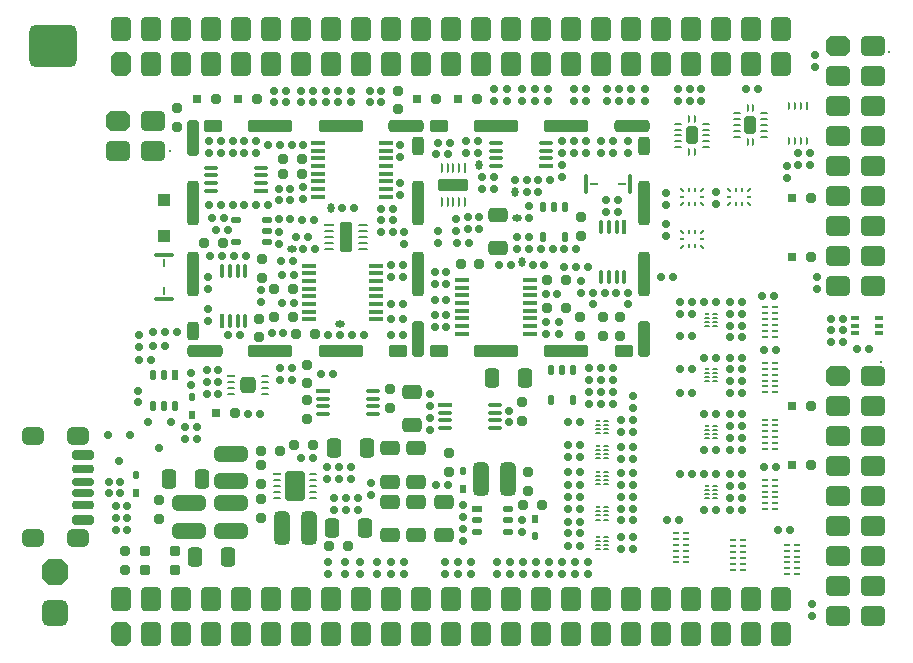
<source format=gbr>
%TF.GenerationSoftware,Altium Limited,Altium Designer,22.7.1 (60)*%
G04 Layer_Color=255*
%FSLAX45Y45*%
%MOMM*%
%TF.SameCoordinates,89C5C705-8D76-4DBF-8A4D-424F25D0343C*%
%TF.FilePolarity,Positive*%
%TF.FileFunction,Pads,Top*%
%TF.Part,Single*%
G01*
G75*
%TA.AperFunction,SMDPad,CuDef*%
%ADD10R,0.58000X0.22000*%
G04:AMPARAMS|DCode=11|XSize=0.22mm|YSize=0.58mm|CornerRadius=0.055mm|HoleSize=0mm|Usage=FLASHONLY|Rotation=90.000|XOffset=0mm|YOffset=0mm|HoleType=Round|Shape=RoundedRectangle|*
%AMROUNDEDRECTD11*
21,1,0.22000,0.47000,0,0,90.0*
21,1,0.11000,0.58000,0,0,90.0*
1,1,0.11000,0.23500,0.05500*
1,1,0.11000,0.23500,-0.05500*
1,1,0.11000,-0.23500,-0.05500*
1,1,0.11000,-0.23500,0.05500*
%
%ADD11ROUNDEDRECTD11*%
G04:AMPARAMS|DCode=12|XSize=0.54mm|YSize=0.22mm|CornerRadius=0mm|HoleSize=0mm|Usage=FLASHONLY|Rotation=135.000|XOffset=0mm|YOffset=0mm|HoleType=Round|Shape=Round|*
%AMOVALD12*
21,1,0.32000,0.22000,0.00000,0.00000,135.0*
1,1,0.22000,0.11314,-0.11314*
1,1,0.22000,-0.11314,0.11314*
%
%ADD12OVALD12*%

%ADD13O,0.22000X0.45000*%
G04:AMPARAMS|DCode=14|XSize=0.54mm|YSize=0.22mm|CornerRadius=0mm|HoleSize=0mm|Usage=FLASHONLY|Rotation=45.000|XOffset=0mm|YOffset=0mm|HoleType=Round|Shape=Round|*
%AMOVALD14*
21,1,0.32000,0.22000,0.00000,0.00000,45.0*
1,1,0.22000,-0.11314,-0.11314*
1,1,0.22000,0.11314,0.11314*
%
%ADD14OVALD14*%

%ADD15O,0.45000X0.22000*%
G04:AMPARAMS|DCode=16|XSize=0.55mm|YSize=0.8mm|CornerRadius=0.1375mm|HoleSize=0mm|Usage=FLASHONLY|Rotation=0.000|XOffset=0mm|YOffset=0mm|HoleType=Round|Shape=RoundedRectangle|*
%AMROUNDEDRECTD16*
21,1,0.55000,0.52500,0,0,0.0*
21,1,0.27500,0.80000,0,0,0.0*
1,1,0.27500,0.13750,-0.26250*
1,1,0.27500,-0.13750,-0.26250*
1,1,0.27500,-0.13750,0.26250*
1,1,0.27500,0.13750,0.26250*
%
%ADD16ROUNDEDRECTD16*%
G04:AMPARAMS|DCode=17|XSize=0.23mm|YSize=0.67mm|CornerRadius=0.0575mm|HoleSize=0mm|Usage=FLASHONLY|Rotation=90.000|XOffset=0mm|YOffset=0mm|HoleType=Round|Shape=RoundedRectangle|*
%AMROUNDEDRECTD17*
21,1,0.23000,0.55500,0,0,90.0*
21,1,0.11500,0.67000,0,0,90.0*
1,1,0.11500,0.27750,0.05750*
1,1,0.11500,0.27750,-0.05750*
1,1,0.11500,-0.27750,-0.05750*
1,1,0.11500,-0.27750,0.05750*
%
%ADD17ROUNDEDRECTD17*%
G04:AMPARAMS|DCode=18|XSize=0.23mm|YSize=0.67mm|CornerRadius=0.0575mm|HoleSize=0mm|Usage=FLASHONLY|Rotation=0.000|XOffset=0mm|YOffset=0mm|HoleType=Round|Shape=RoundedRectangle|*
%AMROUNDEDRECTD18*
21,1,0.23000,0.55500,0,0,0.0*
21,1,0.11500,0.67000,0,0,0.0*
1,1,0.11500,0.05750,-0.27750*
1,1,0.11500,-0.05750,-0.27750*
1,1,0.11500,-0.05750,0.27750*
1,1,0.11500,0.05750,0.27750*
%
%ADD18ROUNDEDRECTD18*%
G04:AMPARAMS|DCode=19|XSize=1mm|YSize=1.5mm|CornerRadius=0.25mm|HoleSize=0mm|Usage=FLASHONLY|Rotation=0.000|XOffset=0mm|YOffset=0mm|HoleType=Round|Shape=RoundedRectangle|*
%AMROUNDEDRECTD19*
21,1,1.00000,1.00000,0,0,0.0*
21,1,0.50000,1.50000,0,0,0.0*
1,1,0.50000,0.25000,-0.50000*
1,1,0.50000,-0.25000,-0.50000*
1,1,0.50000,-0.25000,0.50000*
1,1,0.50000,0.25000,0.50000*
%
%ADD19ROUNDEDRECTD19*%
G04:AMPARAMS|DCode=20|XSize=0.15mm|YSize=0.45mm|CornerRadius=0.0225mm|HoleSize=0mm|Usage=FLASHONLY|Rotation=90.000|XOffset=0mm|YOffset=0mm|HoleType=Round|Shape=RoundedRectangle|*
%AMROUNDEDRECTD20*
21,1,0.15000,0.40500,0,0,90.0*
21,1,0.10500,0.45000,0,0,90.0*
1,1,0.04500,0.20250,0.05250*
1,1,0.04500,0.20250,-0.05250*
1,1,0.04500,-0.20250,-0.05250*
1,1,0.04500,-0.20250,0.05250*
%
%ADD20ROUNDEDRECTD20*%
%ADD21R,0.45000X0.15000*%
G04:AMPARAMS|DCode=22|XSize=0.23mm|YSize=0.7mm|CornerRadius=0.0575mm|HoleSize=0mm|Usage=FLASHONLY|Rotation=90.000|XOffset=0mm|YOffset=0mm|HoleType=Round|Shape=RoundedRectangle|*
%AMROUNDEDRECTD22*
21,1,0.23000,0.58500,0,0,90.0*
21,1,0.11500,0.70000,0,0,90.0*
1,1,0.11500,0.29250,0.05750*
1,1,0.11500,0.29250,-0.05750*
1,1,0.11500,-0.29250,-0.05750*
1,1,0.11500,-0.29250,0.05750*
%
%ADD22ROUNDEDRECTD22*%
G04:AMPARAMS|DCode=23|XSize=2.5mm|YSize=1.65mm|CornerRadius=0.165mm|HoleSize=0mm|Usage=FLASHONLY|Rotation=90.000|XOffset=0mm|YOffset=0mm|HoleType=Round|Shape=RoundedRectangle|*
%AMROUNDEDRECTD23*
21,1,2.50000,1.32000,0,0,90.0*
21,1,2.17000,1.65000,0,0,90.0*
1,1,0.33000,0.66000,1.08500*
1,1,0.33000,0.66000,-1.08500*
1,1,0.33000,-0.66000,-1.08500*
1,1,0.33000,-0.66000,1.08500*
%
%ADD23ROUNDEDRECTD23*%
%ADD24R,0.70000X0.23000*%
G04:AMPARAMS|DCode=25|XSize=0.35mm|YSize=1.15mm|CornerRadius=0.0875mm|HoleSize=0mm|Usage=FLASHONLY|Rotation=90.000|XOffset=0mm|YOffset=0mm|HoleType=Round|Shape=RoundedRectangle|*
%AMROUNDEDRECTD25*
21,1,0.35000,0.97500,0,0,90.0*
21,1,0.17500,1.15000,0,0,90.0*
1,1,0.17500,0.48750,0.08750*
1,1,0.17500,0.48750,-0.08750*
1,1,0.17500,-0.48750,-0.08750*
1,1,0.17500,-0.48750,0.08750*
%
%ADD25ROUNDEDRECTD25*%
%ADD26R,1.15000X0.35000*%
%ADD27R,0.90000X0.55000*%
G04:AMPARAMS|DCode=28|XSize=0.55mm|YSize=0.9mm|CornerRadius=0.1375mm|HoleSize=0mm|Usage=FLASHONLY|Rotation=90.000|XOffset=0mm|YOffset=0mm|HoleType=Round|Shape=RoundedRectangle|*
%AMROUNDEDRECTD28*
21,1,0.55000,0.62500,0,0,90.0*
21,1,0.27500,0.90000,0,0,90.0*
1,1,0.27500,0.31250,0.13750*
1,1,0.27500,0.31250,-0.13750*
1,1,0.27500,-0.31250,-0.13750*
1,1,0.27500,-0.31250,0.13750*
%
%ADD28ROUNDEDRECTD28*%
%ADD29R,0.55000X0.90000*%
G04:AMPARAMS|DCode=30|XSize=0.55mm|YSize=0.9mm|CornerRadius=0.1375mm|HoleSize=0mm|Usage=FLASHONLY|Rotation=0.000|XOffset=0mm|YOffset=0mm|HoleType=Round|Shape=RoundedRectangle|*
%AMROUNDEDRECTD30*
21,1,0.55000,0.62500,0,0,0.0*
21,1,0.27500,0.90000,0,0,0.0*
1,1,0.27500,0.13750,-0.31250*
1,1,0.27500,-0.13750,-0.31250*
1,1,0.27500,-0.13750,0.31250*
1,1,0.27500,0.13750,0.31250*
%
%ADD30ROUNDEDRECTD30*%
G04:AMPARAMS|DCode=31|XSize=1.4mm|YSize=1.3mm|CornerRadius=0.325mm|HoleSize=0mm|Usage=FLASHONLY|Rotation=90.000|XOffset=0mm|YOffset=0mm|HoleType=Round|Shape=RoundedRectangle|*
%AMROUNDEDRECTD31*
21,1,1.40000,0.65000,0,0,90.0*
21,1,0.75000,1.30000,0,0,90.0*
1,1,0.65000,0.32500,0.37500*
1,1,0.65000,0.32500,-0.37500*
1,1,0.65000,-0.32500,-0.37500*
1,1,0.65000,-0.32500,0.37500*
%
%ADD31ROUNDEDRECTD31*%
G04:AMPARAMS|DCode=32|XSize=0.33mm|YSize=0.7mm|CornerRadius=0.0825mm|HoleSize=0mm|Usage=FLASHONLY|Rotation=270.000|XOffset=0mm|YOffset=0mm|HoleType=Round|Shape=RoundedRectangle|*
%AMROUNDEDRECTD32*
21,1,0.33000,0.53500,0,0,270.0*
21,1,0.16500,0.70000,0,0,270.0*
1,1,0.16500,-0.26750,-0.08250*
1,1,0.16500,-0.26750,0.08250*
1,1,0.16500,0.26750,0.08250*
1,1,0.16500,0.26750,-0.08250*
%
%ADD32ROUNDEDRECTD32*%
%ADD33R,0.70000X0.33000*%
%ADD34R,0.25000X0.70000*%
G04:AMPARAMS|DCode=35|XSize=0.25mm|YSize=0.7mm|CornerRadius=0.0625mm|HoleSize=0mm|Usage=FLASHONLY|Rotation=0.000|XOffset=0mm|YOffset=0mm|HoleType=Round|Shape=RoundedRectangle|*
%AMROUNDEDRECTD35*
21,1,0.25000,0.57500,0,0,0.0*
21,1,0.12500,0.70000,0,0,0.0*
1,1,0.12500,0.06250,-0.28750*
1,1,0.12500,-0.06250,-0.28750*
1,1,0.12500,-0.06250,0.28750*
1,1,0.12500,0.06250,0.28750*
%
%ADD35ROUNDEDRECTD35*%
G04:AMPARAMS|DCode=36|XSize=0.55mm|YSize=0.8mm|CornerRadius=0.1375mm|HoleSize=0mm|Usage=FLASHONLY|Rotation=270.000|XOffset=0mm|YOffset=0mm|HoleType=Round|Shape=RoundedRectangle|*
%AMROUNDEDRECTD36*
21,1,0.55000,0.52500,0,0,270.0*
21,1,0.27500,0.80000,0,0,270.0*
1,1,0.27500,-0.26250,-0.13750*
1,1,0.27500,-0.26250,0.13750*
1,1,0.27500,0.26250,0.13750*
1,1,0.27500,0.26250,-0.13750*
%
%ADD36ROUNDEDRECTD36*%
G04:AMPARAMS|DCode=37|XSize=0.35mm|YSize=1.2mm|CornerRadius=0.0875mm|HoleSize=0mm|Usage=FLASHONLY|Rotation=90.000|XOffset=0mm|YOffset=0mm|HoleType=Round|Shape=RoundedRectangle|*
%AMROUNDEDRECTD37*
21,1,0.35000,1.02500,0,0,90.0*
21,1,0.17500,1.20000,0,0,90.0*
1,1,0.17500,0.51250,0.08750*
1,1,0.17500,0.51250,-0.08750*
1,1,0.17500,-0.51250,-0.08750*
1,1,0.17500,-0.51250,0.08750*
%
%ADD37ROUNDEDRECTD37*%
%ADD38R,1.20000X0.35000*%
%ADD39R,0.85000X0.23000*%
G04:AMPARAMS|DCode=40|XSize=0.23mm|YSize=0.85mm|CornerRadius=0.0575mm|HoleSize=0mm|Usage=FLASHONLY|Rotation=90.000|XOffset=0mm|YOffset=0mm|HoleType=Round|Shape=RoundedRectangle|*
%AMROUNDEDRECTD40*
21,1,0.23000,0.73500,0,0,90.0*
21,1,0.11500,0.85000,0,0,90.0*
1,1,0.11500,0.36750,0.05750*
1,1,0.11500,0.36750,-0.05750*
1,1,0.11500,-0.36750,-0.05750*
1,1,0.11500,-0.36750,0.05750*
%
%ADD40ROUNDEDRECTD40*%
G04:AMPARAMS|DCode=41|XSize=2.55mm|YSize=1.1mm|CornerRadius=0.275mm|HoleSize=0mm|Usage=FLASHONLY|Rotation=90.000|XOffset=0mm|YOffset=0mm|HoleType=Round|Shape=RoundedRectangle|*
%AMROUNDEDRECTD41*
21,1,2.55000,0.55000,0,0,90.0*
21,1,2.00000,1.10000,0,0,90.0*
1,1,0.55000,0.27500,1.00000*
1,1,0.55000,0.27500,-1.00000*
1,1,0.55000,-0.27500,-1.00000*
1,1,0.55000,-0.27500,1.00000*
%
%ADD41ROUNDEDRECTD41*%
G04:AMPARAMS|DCode=42|XSize=0.35mm|YSize=1.15mm|CornerRadius=0.0875mm|HoleSize=0mm|Usage=FLASHONLY|Rotation=180.000|XOffset=0mm|YOffset=0mm|HoleType=Round|Shape=RoundedRectangle|*
%AMROUNDEDRECTD42*
21,1,0.35000,0.97500,0,0,180.0*
21,1,0.17500,1.15000,0,0,180.0*
1,1,0.17500,-0.08750,0.48750*
1,1,0.17500,0.08750,0.48750*
1,1,0.17500,0.08750,-0.48750*
1,1,0.17500,-0.08750,-0.48750*
%
%ADD42ROUNDEDRECTD42*%
%ADD43R,0.35000X1.15000*%
%ADD44R,0.23000X0.85000*%
G04:AMPARAMS|DCode=45|XSize=0.23mm|YSize=0.85mm|CornerRadius=0.0575mm|HoleSize=0mm|Usage=FLASHONLY|Rotation=0.000|XOffset=0mm|YOffset=0mm|HoleType=Round|Shape=RoundedRectangle|*
%AMROUNDEDRECTD45*
21,1,0.23000,0.73500,0,0,0.0*
21,1,0.11500,0.85000,0,0,0.0*
1,1,0.11500,0.05750,-0.36750*
1,1,0.11500,-0.05750,-0.36750*
1,1,0.11500,-0.05750,0.36750*
1,1,0.11500,0.05750,0.36750*
%
%ADD45ROUNDEDRECTD45*%
G04:AMPARAMS|DCode=46|XSize=2.55mm|YSize=1.1mm|CornerRadius=0.275mm|HoleSize=0mm|Usage=FLASHONLY|Rotation=0.000|XOffset=0mm|YOffset=0mm|HoleType=Round|Shape=RoundedRectangle|*
%AMROUNDEDRECTD46*
21,1,2.55000,0.55000,0,0,0.0*
21,1,2.00000,1.10000,0,0,0.0*
1,1,0.55000,1.00000,-0.27500*
1,1,0.55000,-1.00000,-0.27500*
1,1,0.55000,-1.00000,0.27500*
1,1,0.55000,1.00000,0.27500*
%
%ADD46ROUNDEDRECTD46*%
%ADD47O,0.80000X0.60000*%
%ADD48O,0.60000X0.80000*%
G04:AMPARAMS|DCode=49|XSize=0.6mm|YSize=0.7mm|CornerRadius=0.15mm|HoleSize=0mm|Usage=FLASHONLY|Rotation=0.000|XOffset=0mm|YOffset=0mm|HoleType=Round|Shape=RoundedRectangle|*
%AMROUNDEDRECTD49*
21,1,0.60000,0.40000,0,0,0.0*
21,1,0.30000,0.70000,0,0,0.0*
1,1,0.30000,0.15000,-0.20000*
1,1,0.30000,-0.15000,-0.20000*
1,1,0.30000,-0.15000,0.20000*
1,1,0.30000,0.15000,0.20000*
%
%ADD49ROUNDEDRECTD49*%
G04:AMPARAMS|DCode=50|XSize=0.6mm|YSize=0.6mm|CornerRadius=0.15mm|HoleSize=0mm|Usage=FLASHONLY|Rotation=270.000|XOffset=0mm|YOffset=0mm|HoleType=Round|Shape=RoundedRectangle|*
%AMROUNDEDRECTD50*
21,1,0.60000,0.30000,0,0,270.0*
21,1,0.30000,0.60000,0,0,270.0*
1,1,0.30000,-0.15000,-0.15000*
1,1,0.30000,-0.15000,0.15000*
1,1,0.30000,0.15000,0.15000*
1,1,0.30000,0.15000,-0.15000*
%
%ADD50ROUNDEDRECTD50*%
G04:AMPARAMS|DCode=51|XSize=0.6mm|YSize=0.6mm|CornerRadius=0.15mm|HoleSize=0mm|Usage=FLASHONLY|Rotation=0.000|XOffset=0mm|YOffset=0mm|HoleType=Round|Shape=RoundedRectangle|*
%AMROUNDEDRECTD51*
21,1,0.60000,0.30000,0,0,0.0*
21,1,0.30000,0.60000,0,0,0.0*
1,1,0.30000,0.15000,-0.15000*
1,1,0.30000,-0.15000,-0.15000*
1,1,0.30000,-0.15000,0.15000*
1,1,0.30000,0.15000,0.15000*
%
%ADD51ROUNDEDRECTD51*%
%ADD52R,0.24000X0.70000*%
%ADD53O,1.70000X0.30000*%
%ADD54R,0.70000X0.24000*%
%ADD55O,0.30000X1.70000*%
G04:AMPARAMS|DCode=56|XSize=1.8mm|YSize=0.63mm|CornerRadius=0.1575mm|HoleSize=0mm|Usage=FLASHONLY|Rotation=180.000|XOffset=0mm|YOffset=0mm|HoleType=Round|Shape=RoundedRectangle|*
%AMROUNDEDRECTD56*
21,1,1.80000,0.31500,0,0,180.0*
21,1,1.48500,0.63000,0,0,180.0*
1,1,0.31500,-0.74250,0.15750*
1,1,0.31500,0.74250,0.15750*
1,1,0.31500,0.74250,-0.15750*
1,1,0.31500,-0.74250,-0.15750*
%
%ADD56ROUNDEDRECTD56*%
G04:AMPARAMS|DCode=57|XSize=1.8mm|YSize=0.72mm|CornerRadius=0.18mm|HoleSize=0mm|Usage=FLASHONLY|Rotation=180.000|XOffset=0mm|YOffset=0mm|HoleType=Round|Shape=RoundedRectangle|*
%AMROUNDEDRECTD57*
21,1,1.80000,0.36000,0,0,180.0*
21,1,1.44000,0.72000,0,0,180.0*
1,1,0.36000,-0.72000,0.18000*
1,1,0.36000,0.72000,0.18000*
1,1,0.36000,0.72000,-0.18000*
1,1,0.36000,-0.72000,-0.18000*
%
%ADD57ROUNDEDRECTD57*%
G04:AMPARAMS|DCode=58|XSize=1.8mm|YSize=0.8mm|CornerRadius=0.2mm|HoleSize=0mm|Usage=FLASHONLY|Rotation=180.000|XOffset=0mm|YOffset=0mm|HoleType=Round|Shape=RoundedRectangle|*
%AMROUNDEDRECTD58*
21,1,1.80000,0.40000,0,0,180.0*
21,1,1.40000,0.80000,0,0,180.0*
1,1,0.40000,-0.70000,0.20000*
1,1,0.40000,0.70000,0.20000*
1,1,0.40000,0.70000,-0.20000*
1,1,0.40000,-0.70000,-0.20000*
%
%ADD58ROUNDEDRECTD58*%
%TA.AperFunction,SMDPad,SMDef*%
%ADD59C,0.30000*%
%TA.AperFunction,SMDPad,CuDef*%
G04:AMPARAMS|DCode=60|XSize=3mm|YSize=1mm|CornerRadius=0.25mm|HoleSize=0mm|Usage=FLASHONLY|Rotation=90.000|XOffset=0mm|YOffset=0mm|HoleType=Round|Shape=RoundedRectangle|*
%AMROUNDEDRECTD60*
21,1,3.00000,0.50000,0,0,90.0*
21,1,2.50000,1.00000,0,0,90.0*
1,1,0.50000,0.25000,1.25000*
1,1,0.50000,0.25000,-1.25000*
1,1,0.50000,-0.25000,-1.25000*
1,1,0.50000,-0.25000,1.25000*
%
%ADD60ROUNDEDRECTD60*%
%TA.AperFunction,SMDPad,SMDef*%
G04:AMPARAMS|DCode=61|XSize=3.8mm|YSize=1mm|CornerRadius=0.25mm|HoleSize=0mm|Usage=FLASHONLY|Rotation=90.000|XOffset=0mm|YOffset=0mm|HoleType=Round|Shape=RoundedRectangle|*
%AMROUNDEDRECTD61*
21,1,3.80000,0.50000,0,0,90.0*
21,1,3.30000,1.00000,0,0,90.0*
1,1,0.50000,0.25000,1.65000*
1,1,0.50000,0.25000,-1.65000*
1,1,0.50000,-0.25000,-1.65000*
1,1,0.50000,-0.25000,1.65000*
%
%ADD61ROUNDEDRECTD61*%
%TA.AperFunction,SMDPad,CuDef*%
G04:AMPARAMS|DCode=62|XSize=1.6mm|YSize=1mm|CornerRadius=0.25mm|HoleSize=0mm|Usage=FLASHONLY|Rotation=180.000|XOffset=0mm|YOffset=0mm|HoleType=Round|Shape=RoundedRectangle|*
%AMROUNDEDRECTD62*
21,1,1.60000,0.50000,0,0,180.0*
21,1,1.10000,1.00000,0,0,180.0*
1,1,0.50000,-0.55000,0.25000*
1,1,0.50000,0.55000,0.25000*
1,1,0.50000,0.55000,-0.25000*
1,1,0.50000,-0.55000,-0.25000*
%
%ADD62ROUNDEDRECTD62*%
G04:AMPARAMS|DCode=63|XSize=3mm|YSize=1mm|CornerRadius=0.25mm|HoleSize=0mm|Usage=FLASHONLY|Rotation=0.000|XOffset=0mm|YOffset=0mm|HoleType=Round|Shape=RoundedRectangle|*
%AMROUNDEDRECTD63*
21,1,3.00000,0.50000,0,0,0.0*
21,1,2.50000,1.00000,0,0,0.0*
1,1,0.50000,1.25000,-0.25000*
1,1,0.50000,-1.25000,-0.25000*
1,1,0.50000,-1.25000,0.25000*
1,1,0.50000,1.25000,0.25000*
%
%ADD63ROUNDEDRECTD63*%
%TA.AperFunction,SMDPad,SMDef*%
G04:AMPARAMS|DCode=64|XSize=3.8mm|YSize=1mm|CornerRadius=0.25mm|HoleSize=0mm|Usage=FLASHONLY|Rotation=0.000|XOffset=0mm|YOffset=0mm|HoleType=Round|Shape=RoundedRectangle|*
%AMROUNDEDRECTD64*
21,1,3.80000,0.50000,0,0,0.0*
21,1,3.30000,1.00000,0,0,0.0*
1,1,0.50000,1.65000,-0.25000*
1,1,0.50000,-1.65000,-0.25000*
1,1,0.50000,-1.65000,0.25000*
1,1,0.50000,1.65000,0.25000*
%
%ADD64ROUNDEDRECTD64*%
%TA.AperFunction,SMDPad,CuDef*%
G04:AMPARAMS|DCode=65|XSize=1.6mm|YSize=1mm|CornerRadius=0.25mm|HoleSize=0mm|Usage=FLASHONLY|Rotation=90.000|XOffset=0mm|YOffset=0mm|HoleType=Round|Shape=RoundedRectangle|*
%AMROUNDEDRECTD65*
21,1,1.60000,0.50000,0,0,90.0*
21,1,1.10000,1.00000,0,0,90.0*
1,1,0.50000,0.25000,0.55000*
1,1,0.50000,0.25000,-0.55000*
1,1,0.50000,-0.25000,-0.55000*
1,1,0.50000,-0.25000,0.55000*
%
%ADD65ROUNDEDRECTD65*%
G04:AMPARAMS|DCode=66|XSize=2.8mm|YSize=1.3mm|CornerRadius=0.325mm|HoleSize=0mm|Usage=FLASHONLY|Rotation=90.000|XOffset=0mm|YOffset=0mm|HoleType=Round|Shape=RoundedRectangle|*
%AMROUNDEDRECTD66*
21,1,2.80000,0.65000,0,0,90.0*
21,1,2.15000,1.30000,0,0,90.0*
1,1,0.65000,0.32500,1.07500*
1,1,0.65000,0.32500,-1.07500*
1,1,0.65000,-0.32500,-1.07500*
1,1,0.65000,-0.32500,1.07500*
%
%ADD66ROUNDEDRECTD66*%
G04:AMPARAMS|DCode=67|XSize=2.8mm|YSize=1.3mm|CornerRadius=0.325mm|HoleSize=0mm|Usage=FLASHONLY|Rotation=0.000|XOffset=0mm|YOffset=0mm|HoleType=Round|Shape=RoundedRectangle|*
%AMROUNDEDRECTD67*
21,1,2.80000,0.65000,0,0,0.0*
21,1,2.15000,1.30000,0,0,0.0*
1,1,0.65000,1.07500,-0.32500*
1,1,0.65000,-1.07500,-0.32500*
1,1,0.65000,-1.07500,0.32500*
1,1,0.65000,1.07500,0.32500*
%
%ADD67ROUNDEDRECTD67*%
G04:AMPARAMS|DCode=68|XSize=0.9mm|YSize=0.8mm|CornerRadius=0.2mm|HoleSize=0mm|Usage=FLASHONLY|Rotation=0.000|XOffset=0mm|YOffset=0mm|HoleType=Round|Shape=RoundedRectangle|*
%AMROUNDEDRECTD68*
21,1,0.90000,0.40000,0,0,0.0*
21,1,0.50000,0.80000,0,0,0.0*
1,1,0.40000,0.25000,-0.20000*
1,1,0.40000,-0.25000,-0.20000*
1,1,0.40000,-0.25000,0.20000*
1,1,0.40000,0.25000,0.20000*
%
%ADD68ROUNDEDRECTD68*%
G04:AMPARAMS|DCode=69|XSize=0.8mm|YSize=0.8mm|CornerRadius=0.2mm|HoleSize=0mm|Usage=FLASHONLY|Rotation=90.000|XOffset=0mm|YOffset=0mm|HoleType=Round|Shape=RoundedRectangle|*
%AMROUNDEDRECTD69*
21,1,0.80000,0.40000,0,0,90.0*
21,1,0.40000,0.80000,0,0,90.0*
1,1,0.40000,0.20000,0.20000*
1,1,0.40000,0.20000,-0.20000*
1,1,0.40000,-0.20000,-0.20000*
1,1,0.40000,-0.20000,0.20000*
%
%ADD69ROUNDEDRECTD69*%
%ADD70R,0.80000X0.80000*%
G04:AMPARAMS|DCode=71|XSize=0.5mm|YSize=0.7mm|CornerRadius=0.125mm|HoleSize=0mm|Usage=FLASHONLY|Rotation=180.000|XOffset=0mm|YOffset=0mm|HoleType=Round|Shape=RoundedRectangle|*
%AMROUNDEDRECTD71*
21,1,0.50000,0.45000,0,0,180.0*
21,1,0.25000,0.70000,0,0,180.0*
1,1,0.25000,-0.12500,0.22500*
1,1,0.25000,0.12500,0.22500*
1,1,0.25000,0.12500,-0.22500*
1,1,0.25000,-0.12500,-0.22500*
%
%ADD71ROUNDEDRECTD71*%
%ADD72R,0.50000X0.70000*%
G04:AMPARAMS|DCode=73|XSize=1.1mm|YSize=1.1mm|CornerRadius=0.275mm|HoleSize=0mm|Usage=FLASHONLY|Rotation=180.000|XOffset=0mm|YOffset=0mm|HoleType=Round|Shape=RoundedRectangle|*
%AMROUNDEDRECTD73*
21,1,1.10000,0.55000,0,0,180.0*
21,1,0.55000,1.10000,0,0,180.0*
1,1,0.55000,-0.27500,0.27500*
1,1,0.55000,0.27500,0.27500*
1,1,0.55000,0.27500,-0.27500*
1,1,0.55000,-0.27500,-0.27500*
%
%ADD73ROUNDEDRECTD73*%
%ADD74R,1.10000X1.10000*%
G04:AMPARAMS|DCode=75|XSize=0.8mm|YSize=0.8mm|CornerRadius=0.2mm|HoleSize=0mm|Usage=FLASHONLY|Rotation=180.000|XOffset=0mm|YOffset=0mm|HoleType=Round|Shape=RoundedRectangle|*
%AMROUNDEDRECTD75*
21,1,0.80000,0.40000,0,0,180.0*
21,1,0.40000,0.80000,0,0,180.0*
1,1,0.40000,-0.20000,0.20000*
1,1,0.40000,0.20000,0.20000*
1,1,0.40000,0.20000,-0.20000*
1,1,0.40000,-0.20000,-0.20000*
%
%ADD75ROUNDEDRECTD75*%
G04:AMPARAMS|DCode=76|XSize=1.65mm|YSize=1.25mm|CornerRadius=0.3125mm|HoleSize=0mm|Usage=FLASHONLY|Rotation=0.000|XOffset=0mm|YOffset=0mm|HoleType=Round|Shape=RoundedRectangle|*
%AMROUNDEDRECTD76*
21,1,1.65000,0.62500,0,0,0.0*
21,1,1.02500,1.25000,0,0,0.0*
1,1,0.62500,0.51250,-0.31250*
1,1,0.62500,-0.51250,-0.31250*
1,1,0.62500,-0.51250,0.31250*
1,1,0.62500,0.51250,0.31250*
%
%ADD76ROUNDEDRECTD76*%
G04:AMPARAMS|DCode=77|XSize=1.65mm|YSize=1.25mm|CornerRadius=0.3125mm|HoleSize=0mm|Usage=FLASHONLY|Rotation=270.000|XOffset=0mm|YOffset=0mm|HoleType=Round|Shape=RoundedRectangle|*
%AMROUNDEDRECTD77*
21,1,1.65000,0.62500,0,0,270.0*
21,1,1.02500,1.25000,0,0,270.0*
1,1,0.62500,-0.31250,-0.51250*
1,1,0.62500,-0.31250,0.51250*
1,1,0.62500,0.31250,0.51250*
1,1,0.62500,0.31250,-0.51250*
%
%ADD77ROUNDEDRECTD77*%
%TA.AperFunction,ComponentPad*%
G04:AMPARAMS|DCode=97|XSize=1.7mm|YSize=2.1mm|CornerRadius=0mm|HoleSize=0mm|Usage=FLASHONLY|Rotation=270.000|XOffset=0mm|YOffset=0mm|HoleType=Round|Shape=Octagon|*
%AMOCTAGOND97*
4,1,8,1.05000,0.42500,1.05000,-0.42500,0.62500,-0.85000,-0.62500,-0.85000,-1.05000,-0.42500,-1.05000,0.42500,-0.62500,0.85000,0.62500,0.85000,1.05000,0.42500,0.0*
%
%ADD97OCTAGOND97*%

G04:AMPARAMS|DCode=98|XSize=1.7mm|YSize=2.1mm|CornerRadius=0.425mm|HoleSize=0mm|Usage=FLASHONLY|Rotation=270.000|XOffset=0mm|YOffset=0mm|HoleType=Round|Shape=RoundedRectangle|*
%AMROUNDEDRECTD98*
21,1,1.70000,1.25001,0,0,270.0*
21,1,0.85000,2.10000,0,0,270.0*
1,1,0.85000,-0.62500,-0.42500*
1,1,0.85000,-0.62500,0.42500*
1,1,0.85000,0.62500,0.42500*
1,1,0.85000,0.62500,-0.42500*
%
%ADD98ROUNDEDRECTD98*%
G04:AMPARAMS|DCode=99|XSize=1.7mm|YSize=2.1mm|CornerRadius=0mm|HoleSize=0mm|Usage=FLASHONLY|Rotation=0.000|XOffset=0mm|YOffset=0mm|HoleType=Round|Shape=Octagon|*
%AMOCTAGOND99*
4,1,8,-0.42500,1.05000,0.42500,1.05000,0.85000,0.62500,0.85000,-0.62500,0.42500,-1.05000,-0.42500,-1.05000,-0.85000,-0.62500,-0.85000,0.62500,-0.42500,1.05000,0.0*
%
%ADD99OCTAGOND99*%

G04:AMPARAMS|DCode=100|XSize=1.7mm|YSize=2.1mm|CornerRadius=0.425mm|HoleSize=0mm|Usage=FLASHONLY|Rotation=0.000|XOffset=0mm|YOffset=0mm|HoleType=Round|Shape=RoundedRectangle|*
%AMROUNDEDRECTD100*
21,1,1.70000,1.25001,0,0,0.0*
21,1,0.85000,2.10000,0,0,0.0*
1,1,0.85000,0.42500,-0.62500*
1,1,0.85000,-0.42500,-0.62500*
1,1,0.85000,-0.42500,0.62500*
1,1,0.85000,0.42500,0.62500*
%
%ADD100ROUNDEDRECTD100*%
G04:AMPARAMS|DCode=101|XSize=1.8mm|YSize=1.45mm|CornerRadius=0.3625mm|HoleSize=0mm|Usage=FLASHONLY|Rotation=180.000|XOffset=0mm|YOffset=0mm|HoleType=Round|Shape=RoundedRectangle|*
%AMROUNDEDRECTD101*
21,1,1.80000,0.72500,0,0,180.0*
21,1,1.07500,1.45000,0,0,180.0*
1,1,0.72500,-0.53750,0.36250*
1,1,0.72500,0.53750,0.36250*
1,1,0.72500,0.53750,-0.36250*
1,1,0.72500,-0.53750,-0.36250*
%
%ADD101ROUNDEDRECTD101*%
G04:AMPARAMS|DCode=102|XSize=4mm|YSize=3.6mm|CornerRadius=0.54mm|HoleSize=0mm|Usage=FLASHONLY|Rotation=0.000|XOffset=0mm|YOffset=0mm|HoleType=Round|Shape=RoundedRectangle|*
%AMROUNDEDRECTD102*
21,1,4.00000,2.52000,0,0,0.0*
21,1,2.92000,3.60000,0,0,0.0*
1,1,1.08000,1.46000,-1.26000*
1,1,1.08000,-1.46000,-1.26000*
1,1,1.08000,-1.46000,1.26000*
1,1,1.08000,1.46000,1.26000*
%
%ADD102ROUNDEDRECTD102*%
G04:AMPARAMS|DCode=103|XSize=2.2mm|YSize=2.2mm|CornerRadius=0mm|HoleSize=0mm|Usage=FLASHONLY|Rotation=270.000|XOffset=0mm|YOffset=0mm|HoleType=Round|Shape=Octagon|*
%AMOCTAGOND103*
4,1,8,-0.55000,-1.10000,0.55000,-1.10000,1.10000,-0.55000,1.10000,0.55000,0.55000,1.10000,-0.55000,1.10000,-1.10000,0.55000,-1.10000,-0.55000,-0.55000,-1.10000,0.0*
%
%ADD103OCTAGOND103*%

G04:AMPARAMS|DCode=104|XSize=2.2mm|YSize=2.2mm|CornerRadius=0.55mm|HoleSize=0mm|Usage=FLASHONLY|Rotation=270.000|XOffset=0mm|YOffset=0mm|HoleType=Round|Shape=RoundedRectangle|*
%AMROUNDEDRECTD104*
21,1,2.20000,1.10000,0,0,270.0*
21,1,1.10000,2.20000,0,0,270.0*
1,1,1.10000,-0.55000,-0.55000*
1,1,1.10000,-0.55000,0.55000*
1,1,1.10000,0.55000,0.55000*
1,1,1.10000,0.55000,-0.55000*
%
%ADD104ROUNDEDRECTD104*%
D10*
X7677000Y925000D02*
D03*
X7487000Y1985000D02*
D03*
X7217000Y965000D02*
D03*
X7487000Y2465000D02*
D03*
X6737000Y1025000D02*
D03*
X7487000Y2935000D02*
D03*
X7487000Y1475000D02*
D03*
D11*
X7677000Y875000D02*
D03*
Y825000D02*
D03*
Y775000D02*
D03*
Y725000D02*
D03*
Y675000D02*
D03*
X7763000Y925000D02*
D03*
Y875000D02*
D03*
Y825000D02*
D03*
Y775000D02*
D03*
Y725000D02*
D03*
Y675000D02*
D03*
X7487000Y1935000D02*
D03*
Y1885000D02*
D03*
Y1835000D02*
D03*
Y1785000D02*
D03*
Y1735000D02*
D03*
X7573000Y1985000D02*
D03*
Y1935000D02*
D03*
Y1885000D02*
D03*
Y1835000D02*
D03*
Y1785000D02*
D03*
Y1735000D02*
D03*
X7217000Y915000D02*
D03*
Y865000D02*
D03*
Y815000D02*
D03*
Y765000D02*
D03*
Y715000D02*
D03*
X7303000Y965000D02*
D03*
Y915000D02*
D03*
Y865000D02*
D03*
Y815000D02*
D03*
Y765000D02*
D03*
Y715000D02*
D03*
X7487000Y2415000D02*
D03*
Y2365000D02*
D03*
Y2315000D02*
D03*
Y2265000D02*
D03*
Y2215000D02*
D03*
X7573000Y2465000D02*
D03*
Y2415000D02*
D03*
Y2365000D02*
D03*
Y2315000D02*
D03*
Y2265000D02*
D03*
Y2215000D02*
D03*
X6737000Y975000D02*
D03*
Y925000D02*
D03*
Y875000D02*
D03*
Y825000D02*
D03*
Y775000D02*
D03*
X6823000Y1025000D02*
D03*
Y975000D02*
D03*
Y925000D02*
D03*
Y875000D02*
D03*
Y825000D02*
D03*
Y775000D02*
D03*
X7487000Y2885000D02*
D03*
Y2835000D02*
D03*
Y2785000D02*
D03*
Y2735000D02*
D03*
Y2685000D02*
D03*
X7573000Y2935000D02*
D03*
Y2885000D02*
D03*
Y2835000D02*
D03*
Y2785000D02*
D03*
Y2735000D02*
D03*
Y2685000D02*
D03*
X7487000Y1425000D02*
D03*
Y1375000D02*
D03*
Y1325000D02*
D03*
Y1275000D02*
D03*
Y1225000D02*
D03*
X7573000Y1475000D02*
D03*
Y1425000D02*
D03*
Y1375000D02*
D03*
Y1325000D02*
D03*
Y1275000D02*
D03*
Y1225000D02*
D03*
D12*
X6784747Y3930254D02*
D03*
X6955253Y3809747D02*
D03*
X7184747Y3930253D02*
D03*
X7355253Y3809747D02*
D03*
X6784747Y3570253D02*
D03*
X6955253Y3449747D02*
D03*
D13*
X6845000Y3930001D02*
D03*
X6895000D02*
D03*
X6845000Y3810001D02*
D03*
X6895000D02*
D03*
X7245000Y3930000D02*
D03*
X7295000D02*
D03*
X7245000Y3810000D02*
D03*
X7295000D02*
D03*
X6845000Y3570000D02*
D03*
X6895000D02*
D03*
X6845000Y3450000D02*
D03*
X6895000D02*
D03*
D14*
X6955253Y3930254D02*
D03*
X6784747Y3809747D02*
D03*
X7355253Y3930253D02*
D03*
X7184747Y3809747D02*
D03*
X6955253Y3570253D02*
D03*
X6784747Y3449747D02*
D03*
D15*
X6785000Y3870000D02*
D03*
X6955000D02*
D03*
X7185000Y3870000D02*
D03*
X7355000D02*
D03*
X6785000Y3510000D02*
D03*
X6955000D02*
D03*
D16*
X5795000Y3787500D02*
D03*
X5700000D02*
D03*
X5605000D02*
D03*
Y3532500D02*
D03*
X5795000D02*
D03*
X5865000Y2407500D02*
D03*
X5770000D02*
D03*
X5675000D02*
D03*
Y2152500D02*
D03*
X5865000D02*
D03*
D17*
X6752000Y4490000D02*
D03*
Y4290000D02*
D03*
Y4440000D02*
D03*
Y4390000D02*
D03*
Y4340000D02*
D03*
X6988000Y4290000D02*
D03*
Y4340000D02*
D03*
Y4390000D02*
D03*
Y4440000D02*
D03*
Y4490000D02*
D03*
X7246998Y4580001D02*
D03*
Y4380001D02*
D03*
Y4530001D02*
D03*
Y4480001D02*
D03*
Y4430001D02*
D03*
X7482998Y4380001D02*
D03*
Y4430001D02*
D03*
Y4480001D02*
D03*
Y4530001D02*
D03*
Y4580001D02*
D03*
D18*
X6845000Y4247000D02*
D03*
X6895000D02*
D03*
Y4533000D02*
D03*
X6845000D02*
D03*
X7339998Y4337001D02*
D03*
X7389998D02*
D03*
Y4623001D02*
D03*
X7339998D02*
D03*
D19*
X6870000Y4390000D02*
D03*
X7364998Y4480001D02*
D03*
D20*
X6145000Y992500D02*
D03*
Y957500D02*
D03*
Y922500D02*
D03*
Y887500D02*
D03*
X6075000D02*
D03*
Y922500D02*
D03*
Y957500D02*
D03*
X6145000Y1762500D02*
D03*
Y1727500D02*
D03*
Y1692500D02*
D03*
Y1657500D02*
D03*
X6075000D02*
D03*
Y1692500D02*
D03*
Y1727500D02*
D03*
X6145000Y1972500D02*
D03*
Y1937500D02*
D03*
Y1902500D02*
D03*
Y1867500D02*
D03*
X6075000D02*
D03*
Y1902500D02*
D03*
Y1937500D02*
D03*
X6145000Y1242500D02*
D03*
Y1207500D02*
D03*
Y1172500D02*
D03*
Y1137500D02*
D03*
X6075000D02*
D03*
Y1172500D02*
D03*
Y1207500D02*
D03*
X7064999Y1422500D02*
D03*
Y1387500D02*
D03*
Y1352500D02*
D03*
Y1317500D02*
D03*
X6994999D02*
D03*
Y1352500D02*
D03*
Y1387500D02*
D03*
X6145000Y1542500D02*
D03*
Y1507500D02*
D03*
Y1472500D02*
D03*
Y1437500D02*
D03*
X6075000D02*
D03*
Y1472500D02*
D03*
Y1507500D02*
D03*
X7064999Y1932500D02*
D03*
Y1897500D02*
D03*
Y1862500D02*
D03*
Y1827500D02*
D03*
X6994999D02*
D03*
Y1862500D02*
D03*
Y1897500D02*
D03*
X7065000Y2412500D02*
D03*
Y2377500D02*
D03*
Y2342500D02*
D03*
Y2307500D02*
D03*
X6995000D02*
D03*
Y2342500D02*
D03*
Y2377500D02*
D03*
X7065000Y2882500D02*
D03*
Y2847500D02*
D03*
Y2812500D02*
D03*
Y2777500D02*
D03*
X6995000D02*
D03*
Y2812500D02*
D03*
Y2847500D02*
D03*
D21*
X6075000Y992500D02*
D03*
Y1762500D02*
D03*
Y1972500D02*
D03*
Y1242500D02*
D03*
X6994999Y1422500D02*
D03*
X6075000Y1542500D02*
D03*
X6994999Y1932500D02*
D03*
X6995000Y2412500D02*
D03*
Y2882500D02*
D03*
D22*
X3665000Y1320000D02*
D03*
Y1370000D02*
D03*
Y1420000D02*
D03*
Y1470000D02*
D03*
Y1520000D02*
D03*
X3355000Y1320000D02*
D03*
Y1370000D02*
D03*
Y1420000D02*
D03*
Y1470000D02*
D03*
X3254999Y2205000D02*
D03*
Y2255000D02*
D03*
Y2305000D02*
D03*
Y2355000D02*
D03*
X2964999Y2205000D02*
D03*
Y2255000D02*
D03*
Y2305000D02*
D03*
D23*
X3510000Y1420000D02*
D03*
D24*
X3355000Y1520000D02*
D03*
X2964999Y2355000D02*
D03*
D25*
X4172500Y2032500D02*
D03*
Y2097500D02*
D03*
Y2162500D02*
D03*
Y2227500D02*
D03*
X3747500Y2032500D02*
D03*
Y2097500D02*
D03*
Y2162500D02*
D03*
X5202500Y1912500D02*
D03*
Y1977500D02*
D03*
Y2042500D02*
D03*
Y2107500D02*
D03*
X4777500Y1912500D02*
D03*
Y1977500D02*
D03*
Y2042500D02*
D03*
X2797500Y4117500D02*
D03*
Y4052500D02*
D03*
Y3987500D02*
D03*
Y3922500D02*
D03*
X3222500Y4117500D02*
D03*
Y4052500D02*
D03*
Y3987500D02*
D03*
X5207500Y4327500D02*
D03*
Y4262500D02*
D03*
Y4197500D02*
D03*
Y4132500D02*
D03*
X5632500Y4327500D02*
D03*
Y4262500D02*
D03*
Y4197500D02*
D03*
D26*
X3747500Y2227500D02*
D03*
X4777500Y2107500D02*
D03*
X3222500Y3922500D02*
D03*
X5632500Y4132500D02*
D03*
D27*
X5050000Y1225000D02*
D03*
D28*
Y1130000D02*
D03*
Y1035000D02*
D03*
X5310000D02*
D03*
Y1130000D02*
D03*
Y1225000D02*
D03*
D29*
X2495000Y2360000D02*
D03*
D30*
X2400000D02*
D03*
X2305000D02*
D03*
Y2100000D02*
D03*
X2400000D02*
D03*
X2495000D02*
D03*
D31*
X3109999Y2280000D02*
D03*
D32*
X8250265Y2714551D02*
D03*
Y2779551D02*
D03*
Y2844551D02*
D03*
X8450266D02*
D03*
Y2779551D02*
D03*
D33*
Y2714551D02*
D03*
D34*
X7839999Y4640000D02*
D03*
D35*
X7789999D02*
D03*
X7739999D02*
D03*
X7689999D02*
D03*
X7839999Y4340000D02*
D03*
X7789999D02*
D03*
X7739999D02*
D03*
X7689999D02*
D03*
D36*
X3267500Y3485000D02*
D03*
Y3580000D02*
D03*
Y3675000D02*
D03*
X3012500D02*
D03*
Y3485000D02*
D03*
D37*
X4195000Y2832500D02*
D03*
Y2897500D02*
D03*
Y2962500D02*
D03*
Y3027500D02*
D03*
Y3092500D02*
D03*
Y3157500D02*
D03*
Y3222500D02*
D03*
Y3287500D02*
D03*
X3625000Y2832500D02*
D03*
Y2897500D02*
D03*
Y2962500D02*
D03*
Y3027500D02*
D03*
Y3092500D02*
D03*
Y3157500D02*
D03*
Y3222500D02*
D03*
X4275000Y3872500D02*
D03*
Y3937500D02*
D03*
Y4002500D02*
D03*
Y4067500D02*
D03*
Y4132500D02*
D03*
Y4197500D02*
D03*
Y4262500D02*
D03*
Y4327500D02*
D03*
X3705000Y3872500D02*
D03*
Y3937500D02*
D03*
Y4002500D02*
D03*
Y4067500D02*
D03*
Y4132500D02*
D03*
Y4197500D02*
D03*
Y4262500D02*
D03*
X4925000Y3167500D02*
D03*
Y3102500D02*
D03*
Y3037500D02*
D03*
Y2972500D02*
D03*
Y2907500D02*
D03*
Y2842500D02*
D03*
Y2777500D02*
D03*
Y2712500D02*
D03*
X5495000Y3167500D02*
D03*
Y3102500D02*
D03*
Y3037500D02*
D03*
Y2972500D02*
D03*
Y2907500D02*
D03*
Y2842500D02*
D03*
Y2777500D02*
D03*
D38*
X3625000Y3287500D02*
D03*
X3705000Y4327500D02*
D03*
X5495000Y2712500D02*
D03*
D39*
X3795000Y3630000D02*
D03*
D40*
Y3580000D02*
D03*
Y3530000D02*
D03*
Y3480000D02*
D03*
Y3430000D02*
D03*
X4085000Y3630000D02*
D03*
Y3580000D02*
D03*
Y3530000D02*
D03*
Y3480000D02*
D03*
Y3430000D02*
D03*
D41*
X3940000Y3530000D02*
D03*
D42*
X3087500Y3242500D02*
D03*
X3022500D02*
D03*
X2957500D02*
D03*
X2892500D02*
D03*
X3087500Y2817500D02*
D03*
X3022500D02*
D03*
X2957500D02*
D03*
X6102500Y3187500D02*
D03*
X6167500D02*
D03*
X6232500D02*
D03*
X6297500D02*
D03*
X6102500Y3612500D02*
D03*
X6167500D02*
D03*
X6232500D02*
D03*
D43*
X2892500Y2817500D02*
D03*
X6297500Y3612500D02*
D03*
D44*
X4950000Y4115000D02*
D03*
D45*
X4900000D02*
D03*
X4850000D02*
D03*
X4800000D02*
D03*
X4750000D02*
D03*
X4950000Y3825000D02*
D03*
X4900000D02*
D03*
X4850000D02*
D03*
X4800000D02*
D03*
X4750000D02*
D03*
D46*
X4850000Y3970000D02*
D03*
D47*
X3480000Y3430000D02*
D03*
X3890000Y2790000D02*
D03*
X5390000Y3690000D02*
D03*
D48*
X3810000Y3780000D02*
D03*
X5430000Y3320000D02*
D03*
X5070000Y4140000D02*
D03*
X5370000Y3910000D02*
D03*
D49*
X2020000Y1630000D02*
D03*
X1925000Y1850000D02*
D03*
X2115000D02*
D03*
X2360000Y1740000D02*
D03*
X2265000Y1960000D02*
D03*
X2455000D02*
D03*
D50*
X2310000Y2730000D02*
D03*
X2410000D02*
D03*
X2510000D02*
D03*
X5790000Y3280000D02*
D03*
X5890000D02*
D03*
X5990000D02*
D03*
X6200000Y4240000D02*
D03*
X6100000D02*
D03*
X6370000Y1650000D02*
D03*
X6270000D02*
D03*
X6370000Y1430000D02*
D03*
X6270000D02*
D03*
X6370000Y1880000D02*
D03*
X6270000D02*
D03*
X8150000Y2640000D02*
D03*
X8050000D02*
D03*
X8150000Y2740000D02*
D03*
X8050000D02*
D03*
X3780000Y1580000D02*
D03*
X3880000D02*
D03*
Y1480000D02*
D03*
X3780000D02*
D03*
X1930000Y1460000D02*
D03*
X2030000D02*
D03*
X3210000Y2030000D02*
D03*
X3110000D02*
D03*
X2090000Y1150000D02*
D03*
X1990000D02*
D03*
X2190000Y2490000D02*
D03*
X2290000D02*
D03*
X2090000Y1250000D02*
D03*
X1990000D02*
D03*
X2860000Y2400000D02*
D03*
X2760000D02*
D03*
X2860000Y2300000D02*
D03*
X2760000D02*
D03*
Y2200000D02*
D03*
X2860000D02*
D03*
X3380000Y2320000D02*
D03*
X3480000D02*
D03*
X6200000D02*
D03*
X6100000D02*
D03*
X5820000Y1670000D02*
D03*
X5920000D02*
D03*
X6970000Y1220000D02*
D03*
X7069999D02*
D03*
X5820000Y1330000D02*
D03*
X5920000D02*
D03*
X6200000Y2420000D02*
D03*
X6100000D02*
D03*
X6970000Y1730000D02*
D03*
X7069999D02*
D03*
X5820000Y910000D02*
D03*
X5920000D02*
D03*
X6370000Y1330000D02*
D03*
X6270000D02*
D03*
X5820000Y1430000D02*
D03*
X5920000D02*
D03*
X5820000Y1770000D02*
D03*
X5920000D02*
D03*
X6270000Y1980000D02*
D03*
X6370000D02*
D03*
X6770000Y2210000D02*
D03*
X6870000D02*
D03*
X6770000Y2410000D02*
D03*
X6870000D02*
D03*
X6770000Y2690000D02*
D03*
X6869999D02*
D03*
X6770000Y2880000D02*
D03*
X6869999D02*
D03*
X2940000Y2700000D02*
D03*
X3040000D02*
D03*
X3580000Y3430000D02*
D03*
X3680000D02*
D03*
X3520000Y3530000D02*
D03*
X3620000D02*
D03*
X4420000Y2960000D02*
D03*
X4320000D02*
D03*
X1930000Y1360000D02*
D03*
X2030000D02*
D03*
X3570000Y3670000D02*
D03*
X3670000D02*
D03*
X6710000Y3190000D02*
D03*
X6610000D02*
D03*
X3990000Y2700000D02*
D03*
X4090000D02*
D03*
X2810000Y3690000D02*
D03*
X2910000D02*
D03*
X2980000Y4340000D02*
D03*
X3080000D02*
D03*
X6200000Y4340000D02*
D03*
X6100000D02*
D03*
X3280000Y3800000D02*
D03*
X3180000D02*
D03*
X4320000Y2700000D02*
D03*
X4420000D02*
D03*
X6240000Y3740000D02*
D03*
X6140000D02*
D03*
X4790000Y3000000D02*
D03*
X4690000D02*
D03*
X5520000Y3290000D02*
D03*
X5620000D02*
D03*
X4700000Y4230000D02*
D03*
X4800000D02*
D03*
X4790000Y3130000D02*
D03*
X4690000D02*
D03*
X5060000Y4240000D02*
D03*
X4960000D02*
D03*
X5370000Y4010000D02*
D03*
X5470000D02*
D03*
X5670000D02*
D03*
X5570000D02*
D03*
X2310000Y2610000D02*
D03*
X2410000D02*
D03*
X4010000Y3780000D02*
D03*
X3910000D02*
D03*
X3790000Y2700000D02*
D03*
X3890000D02*
D03*
X5820000Y1120000D02*
D03*
X5920000D02*
D03*
X5820000Y1230000D02*
D03*
X5920000D02*
D03*
X5820000Y1020000D02*
D03*
X5920000D02*
D03*
X6970000Y1520000D02*
D03*
X7069999D02*
D03*
X4960000Y4340000D02*
D03*
X5060000D02*
D03*
X6970000Y2510000D02*
D03*
X7070000D02*
D03*
X6370000Y1530000D02*
D03*
X6270000D02*
D03*
X7330000Y4780000D02*
D03*
X7430000D02*
D03*
X7480000Y2570000D02*
D03*
X7580000D02*
D03*
X6660000Y1130000D02*
D03*
X6760000D02*
D03*
X7480000Y1580000D02*
D03*
X7580000D02*
D03*
X7460000Y3030000D02*
D03*
X7560000D02*
D03*
X7600000Y1050000D02*
D03*
X7700000D02*
D03*
X8270000Y2580000D02*
D03*
X8370000D02*
D03*
X3310000Y2720000D02*
D03*
X3410000D02*
D03*
X3560000Y1660000D02*
D03*
X3660000D02*
D03*
X5890000Y3430000D02*
D03*
X5790000D02*
D03*
X6970000Y2980000D02*
D03*
X7069999D02*
D03*
X2790000Y3370000D02*
D03*
X2890000D02*
D03*
X3730000Y2370000D02*
D03*
X3830000D02*
D03*
X4700000Y1430000D02*
D03*
X4800000D02*
D03*
X1990000Y1050000D02*
D03*
X2090000D02*
D03*
X3480000Y2420000D02*
D03*
X3380000D02*
D03*
X8050000Y2840000D02*
D03*
X8150000D02*
D03*
X6770000Y2980000D02*
D03*
X6869999D02*
D03*
X6770000Y1520000D02*
D03*
X6870000D02*
D03*
X5820000Y1960000D02*
D03*
X5920000D02*
D03*
X5820000Y1540000D02*
D03*
X5920000D02*
D03*
X6370000Y1750000D02*
D03*
X6270000D02*
D03*
X6970000Y2030000D02*
D03*
X7069999D02*
D03*
X5240000Y3290000D02*
D03*
X5340000D02*
D03*
X3080000Y3800000D02*
D03*
X2980000D02*
D03*
X2780000D02*
D03*
X2880000D02*
D03*
X3390000Y3330000D02*
D03*
X3490000D02*
D03*
X3400000Y3210000D02*
D03*
X3500000D02*
D03*
X4420000Y3190000D02*
D03*
X4320000D02*
D03*
X4420000Y3290000D02*
D03*
X4320000D02*
D03*
X3280000Y4310000D02*
D03*
X3380000D02*
D03*
X3480000D02*
D03*
X3580000D02*
D03*
X4820000Y4330000D02*
D03*
X4720000D02*
D03*
X3090000Y3370000D02*
D03*
X2990000D02*
D03*
X4340000Y3570000D02*
D03*
X4240000D02*
D03*
X3400000Y2970000D02*
D03*
X3500000D02*
D03*
X4340000Y3770000D02*
D03*
X4240000D02*
D03*
X4340000Y3670000D02*
D03*
X4240000D02*
D03*
X3470000Y3680000D02*
D03*
X3370000D02*
D03*
X2840000Y3590000D02*
D03*
X2940000D02*
D03*
X3080000Y4240000D02*
D03*
X2980000D02*
D03*
X4420000Y2840000D02*
D03*
X4320000D02*
D03*
X4690000Y2870000D02*
D03*
X4790000D02*
D03*
X4690000Y2770000D02*
D03*
X4790000D02*
D03*
X6130000Y3060000D02*
D03*
X6230000D02*
D03*
X5090000Y3940000D02*
D03*
X5190000D02*
D03*
X5090000Y4040000D02*
D03*
X5190000D02*
D03*
X4980000Y3480000D02*
D03*
X4880000D02*
D03*
X5730000Y3050000D02*
D03*
X5630000D02*
D03*
X6140000Y3840000D02*
D03*
X6240000D02*
D03*
X5690000Y3430000D02*
D03*
X5590000D02*
D03*
X4690000Y3230000D02*
D03*
X4790000D02*
D03*
X5470000Y3910000D02*
D03*
X5570000D02*
D03*
D51*
X5870000Y4240000D02*
D03*
Y4340000D02*
D03*
X5970000D02*
D03*
Y4240000D02*
D03*
X6470000Y4680000D02*
D03*
Y4780000D02*
D03*
X6350000D02*
D03*
Y4680000D02*
D03*
X6250000D02*
D03*
Y4780000D02*
D03*
X6150000D02*
D03*
Y4680000D02*
D03*
X6270000Y1230000D02*
D03*
Y1130000D02*
D03*
X7190000Y1220000D02*
D03*
Y1320000D02*
D03*
Y2030000D02*
D03*
Y1930000D02*
D03*
X7190000Y2210000D02*
D03*
Y2310000D02*
D03*
Y2510000D02*
D03*
Y2410000D02*
D03*
X7190000Y2680000D02*
D03*
Y2780000D02*
D03*
Y2980000D02*
D03*
Y2880000D02*
D03*
X3980000Y1480000D02*
D03*
Y1580000D02*
D03*
X3940000Y1220000D02*
D03*
Y1320000D02*
D03*
X4930000Y1060000D02*
D03*
Y960000D02*
D03*
Y1260000D02*
D03*
Y1160000D02*
D03*
X3560000Y4770000D02*
D03*
Y4670000D02*
D03*
X2180000Y2130000D02*
D03*
Y2230000D02*
D03*
X2190000Y2600000D02*
D03*
Y2700000D02*
D03*
X2580000Y1920000D02*
D03*
Y1820000D02*
D03*
X5190000Y4780000D02*
D03*
Y4680000D02*
D03*
X3330000Y4770000D02*
D03*
Y4670000D02*
D03*
X5300000Y4780000D02*
D03*
Y4680000D02*
D03*
X3430000Y4770000D02*
D03*
Y4670000D02*
D03*
X4320000Y781000D02*
D03*
Y681000D02*
D03*
X4430000Y781000D02*
D03*
Y681000D02*
D03*
X5970000Y4680000D02*
D03*
Y4780000D02*
D03*
X5870000Y4680000D02*
D03*
Y4780000D02*
D03*
X5990000Y780000D02*
D03*
Y680000D02*
D03*
X5880000Y780000D02*
D03*
Y680000D02*
D03*
X6750000Y4780000D02*
D03*
Y4680000D02*
D03*
X6850000Y4780000D02*
D03*
Y4680000D02*
D03*
X5770000Y780000D02*
D03*
Y680000D02*
D03*
X5660000Y780000D02*
D03*
Y680000D02*
D03*
X5550000D02*
D03*
Y780000D02*
D03*
X5440000D02*
D03*
Y680000D02*
D03*
X5540000Y4680000D02*
D03*
Y4780000D02*
D03*
X5330000Y780000D02*
D03*
Y680000D02*
D03*
X5220000Y780000D02*
D03*
Y680000D02*
D03*
X5430000Y4780000D02*
D03*
Y4680000D02*
D03*
X5000000Y780000D02*
D03*
Y680000D02*
D03*
X5650000Y4680000D02*
D03*
Y4780000D02*
D03*
X4890000Y780000D02*
D03*
Y680000D02*
D03*
X4060000Y780000D02*
D03*
Y680000D02*
D03*
X3930000Y681000D02*
D03*
Y781000D02*
D03*
X4240000Y4670000D02*
D03*
Y4770000D02*
D03*
X4140000D02*
D03*
Y4670000D02*
D03*
X3980000D02*
D03*
Y4770000D02*
D03*
X3870000D02*
D03*
Y4670000D02*
D03*
X3770000D02*
D03*
Y4770000D02*
D03*
X7670000Y4030000D02*
D03*
Y4130000D02*
D03*
X7770000Y4140000D02*
D03*
Y4240000D02*
D03*
X6370000Y990000D02*
D03*
Y890000D02*
D03*
X6270000D02*
D03*
Y990000D02*
D03*
X6370000Y1130000D02*
D03*
Y1230000D02*
D03*
X4200000Y680000D02*
D03*
Y780000D02*
D03*
X3790000Y680000D02*
D03*
Y780000D02*
D03*
X4780000Y680000D02*
D03*
Y780000D02*
D03*
X7290000Y1320000D02*
D03*
Y1220000D02*
D03*
Y1420000D02*
D03*
Y1520000D02*
D03*
X7190000D02*
D03*
Y1420000D02*
D03*
X7290000Y1830000D02*
D03*
Y1730000D02*
D03*
X7190000D02*
D03*
Y1830000D02*
D03*
X7290000Y1930000D02*
D03*
Y2030000D02*
D03*
X7290000Y2310000D02*
D03*
Y2210000D02*
D03*
Y2410000D02*
D03*
Y2510000D02*
D03*
X7290000Y2780000D02*
D03*
Y2680000D02*
D03*
Y2880000D02*
D03*
Y2980000D02*
D03*
X4400000Y3890000D02*
D03*
Y3990000D02*
D03*
X2880000Y4340000D02*
D03*
Y4240000D02*
D03*
X3470000Y3840000D02*
D03*
Y3940000D02*
D03*
X5490000Y3530000D02*
D03*
Y3430000D02*
D03*
Y3690000D02*
D03*
Y3790000D02*
D03*
X4720000Y3480000D02*
D03*
Y3580000D02*
D03*
X5770000Y4340000D02*
D03*
Y4240000D02*
D03*
X6330000D02*
D03*
Y4340000D02*
D03*
X5770000Y4040000D02*
D03*
Y4140000D02*
D03*
X5930000Y3060000D02*
D03*
Y3160000D02*
D03*
X2780000Y4340000D02*
D03*
Y4240000D02*
D03*
X5390000Y3430000D02*
D03*
Y3530000D02*
D03*
X6950000Y4780000D02*
D03*
Y4680000D02*
D03*
X6370000Y2180000D02*
D03*
Y2080000D02*
D03*
X2680000Y1820000D02*
D03*
Y1920000D02*
D03*
X7070000Y3810000D02*
D03*
Y3910000D02*
D03*
X6650000Y3800000D02*
D03*
Y3900000D02*
D03*
X7930000Y3190000D02*
D03*
Y3090000D02*
D03*
X7890000Y420000D02*
D03*
Y320000D02*
D03*
X7910000Y5070000D02*
D03*
Y4970000D02*
D03*
X3840000Y1220000D02*
D03*
Y1320000D02*
D03*
X4040000D02*
D03*
Y1220000D02*
D03*
X4150000Y1450000D02*
D03*
Y1350000D02*
D03*
X4650000Y2200000D02*
D03*
Y2100000D02*
D03*
X5430000Y1030000D02*
D03*
Y1130000D02*
D03*
X5320000Y2060000D02*
D03*
Y1960000D02*
D03*
X4650000Y2000000D02*
D03*
Y1900000D02*
D03*
X3660000Y4670000D02*
D03*
Y4770000D02*
D03*
X2630000Y2380000D02*
D03*
Y2280000D02*
D03*
X6100000Y2120000D02*
D03*
Y2220000D02*
D03*
X6000000Y2120000D02*
D03*
Y2220000D02*
D03*
Y2420000D02*
D03*
Y2320000D02*
D03*
X7870000Y4140000D02*
D03*
Y4240000D02*
D03*
X6650000Y3640000D02*
D03*
Y3540000D02*
D03*
X6200000Y2120000D02*
D03*
Y2220000D02*
D03*
X4400000Y4210000D02*
D03*
Y4310000D02*
D03*
X3220000Y2980000D02*
D03*
Y3080000D02*
D03*
X2769702Y3090546D02*
D03*
Y3190546D02*
D03*
X3370000Y3470000D02*
D03*
Y3570000D02*
D03*
X4430000D02*
D03*
Y3470000D02*
D03*
X2770000Y2820000D02*
D03*
Y2920000D02*
D03*
X3580000Y3850000D02*
D03*
Y3950000D02*
D03*
X3180000Y4240000D02*
D03*
Y4340000D02*
D03*
X3370000Y3940000D02*
D03*
Y3840000D02*
D03*
X5740000Y2710000D02*
D03*
Y2810000D02*
D03*
X5630000Y2710000D02*
D03*
Y2810000D02*
D03*
X6030000Y2960000D02*
D03*
Y3060000D02*
D03*
X6330000Y2960000D02*
D03*
Y3060000D02*
D03*
X4870000Y3580000D02*
D03*
Y3680000D02*
D03*
X5070000Y3600000D02*
D03*
Y3700000D02*
D03*
X4970000Y3600000D02*
D03*
Y3700000D02*
D03*
D52*
X2400000Y3070000D02*
D03*
Y3310000D02*
D03*
D53*
Y3005000D02*
D03*
Y3375000D02*
D03*
D54*
X6280000Y3980000D02*
D03*
X6040000D02*
D03*
D55*
X6345000D02*
D03*
X5975000D02*
D03*
D56*
X1710000Y1460000D02*
D03*
Y1360000D02*
D03*
D57*
Y1258000D02*
D03*
Y1562000D02*
D03*
D58*
Y1135000D02*
D03*
Y1685000D02*
D03*
D59*
X8470000Y2410000D02*
D03*
Y2470000D02*
D03*
X8480000Y5100000D02*
D03*
X8540000D02*
D03*
X2453181Y4259791D02*
D03*
X2393181D02*
D03*
D60*
X2645000Y4370000D02*
D03*
X4550000Y2665000D02*
D03*
X6460000D02*
D03*
D61*
X2645000Y3815000D02*
D03*
Y3220000D02*
D03*
X4550000D02*
D03*
Y3815000D02*
D03*
X6460000Y3220000D02*
D03*
Y3815000D02*
D03*
D62*
X2815000Y4470000D02*
D03*
X4380000Y2565000D02*
D03*
X4725000Y4470000D02*
D03*
X6290000Y2565000D02*
D03*
X4725000D02*
D03*
D63*
X4450000Y4470000D02*
D03*
X2745000Y2565000D02*
D03*
X6360000Y4470000D02*
D03*
D64*
X3895000D02*
D03*
X3300000D02*
D03*
Y2565000D02*
D03*
X3895000D02*
D03*
X5805000Y4470000D02*
D03*
X5210000D02*
D03*
Y2565000D02*
D03*
X5805000D02*
D03*
D65*
X4550000Y4300000D02*
D03*
X2645000Y2735000D02*
D03*
X6460000Y4300000D02*
D03*
D66*
X3629998Y1070001D02*
D03*
X3399998D02*
D03*
X5085000Y1480000D02*
D03*
X5315000D02*
D03*
D67*
X2970000Y1045000D02*
D03*
Y1275000D02*
D03*
X2970000Y1695000D02*
D03*
Y1465000D02*
D03*
X2610000Y1275000D02*
D03*
Y1045000D02*
D03*
D68*
X2490000Y710000D02*
D03*
Y870000D02*
D03*
X2240000D02*
D03*
Y710000D02*
D03*
D69*
X7880000Y1600000D02*
D03*
Y3360000D02*
D03*
X3000000Y2040000D02*
D03*
X5050000Y4700000D02*
D03*
X3190000D02*
D03*
X4700000D02*
D03*
X2840000D02*
D03*
X7880000Y2100000D02*
D03*
Y3860000D02*
D03*
X3220000Y1720000D02*
D03*
X3380000D02*
D03*
X3960000Y910000D02*
D03*
X3800000D02*
D03*
X3500000Y1770000D02*
D03*
X3660000D02*
D03*
X5600000Y1260000D02*
D03*
X5440000D02*
D03*
X2740000Y3480000D02*
D03*
X2900000D02*
D03*
X3330000Y3090000D02*
D03*
X3490000D02*
D03*
X3330000Y2850000D02*
D03*
X3490000D02*
D03*
X3410000Y4190000D02*
D03*
X3570000D02*
D03*
X3410000Y4060000D02*
D03*
X3570000D02*
D03*
X5070000Y3300000D02*
D03*
X4910000D02*
D03*
X3680000Y2710000D02*
D03*
X3520000D02*
D03*
X5800000Y2930000D02*
D03*
X5640000D02*
D03*
X5800000Y3170000D02*
D03*
X5640000D02*
D03*
D70*
X7720000Y1600000D02*
D03*
Y3360000D02*
D03*
X2840000Y2040000D02*
D03*
X4890000Y4700000D02*
D03*
X3030000D02*
D03*
X4540000D02*
D03*
X2680000D02*
D03*
X7720000Y2100000D02*
D03*
Y3860000D02*
D03*
D71*
X2640000Y2175000D02*
D03*
X5540000Y995000D02*
D03*
X4930000Y1545000D02*
D03*
X2160000Y1515000D02*
D03*
D72*
X2640000Y2025000D02*
D03*
X5540000Y1145000D02*
D03*
X4930000Y1395000D02*
D03*
X2160000Y1365000D02*
D03*
D73*
X2400000Y3840000D02*
D03*
D74*
Y3540000D02*
D03*
D75*
X3220000Y1150000D02*
D03*
Y1310000D02*
D03*
X3230000Y3340000D02*
D03*
Y3180000D02*
D03*
X5930000Y3700000D02*
D03*
Y3540000D02*
D03*
X3220000Y1600000D02*
D03*
Y1440000D02*
D03*
X4310000Y2240000D02*
D03*
Y2080000D02*
D03*
X4380000Y4610000D02*
D03*
Y4770000D02*
D03*
X3610000Y2150000D02*
D03*
Y1990000D02*
D03*
X5480000Y1540000D02*
D03*
Y1380000D02*
D03*
X4810000Y1700000D02*
D03*
Y1540000D02*
D03*
X5430000Y2130000D02*
D03*
Y1970000D02*
D03*
X2070000Y710000D02*
D03*
Y870000D02*
D03*
X2360000Y1140000D02*
D03*
Y1300000D02*
D03*
X3200000Y2680000D02*
D03*
Y2840000D02*
D03*
X6260000Y2690000D02*
D03*
Y2850000D02*
D03*
X5920000Y2690000D02*
D03*
Y2850000D02*
D03*
X2510000Y4620000D02*
D03*
Y4460000D02*
D03*
X6120000Y2690000D02*
D03*
Y2850000D02*
D03*
X3610000Y2290000D02*
D03*
Y2450000D02*
D03*
D76*
X4310000Y1460000D02*
D03*
Y1740000D02*
D03*
X4530000Y1290000D02*
D03*
Y1010000D02*
D03*
X4310000Y1290000D02*
D03*
Y1010000D02*
D03*
X4530000Y1460000D02*
D03*
Y1740000D02*
D03*
X5230000Y3720000D02*
D03*
Y3440000D02*
D03*
X4500000Y1940000D02*
D03*
Y2220000D02*
D03*
X4770000Y1290000D02*
D03*
Y1010000D02*
D03*
D77*
X3820000Y1070000D02*
D03*
X4100000D02*
D03*
X3840000Y1740000D02*
D03*
X4120000D02*
D03*
X2720000Y1480000D02*
D03*
X2440000D02*
D03*
X2660000Y820000D02*
D03*
X2940000D02*
D03*
X5460000Y2340000D02*
D03*
X5180000D02*
D03*
D97*
X8108000Y2349500D02*
D03*
Y5143500D02*
D03*
X2012000Y4512400D02*
D03*
D98*
X8108000Y2095500D02*
D03*
Y1841500D02*
D03*
Y1587500D02*
D03*
Y1333500D02*
D03*
Y1079500D02*
D03*
Y825500D02*
D03*
X8402000Y2349500D02*
D03*
Y2095500D02*
D03*
Y1841500D02*
D03*
Y1587500D02*
D03*
Y1333500D02*
D03*
Y1079500D02*
D03*
Y825500D02*
D03*
X8108000Y571500D02*
D03*
Y317500D02*
D03*
X8402000Y571500D02*
D03*
Y317500D02*
D03*
X8108000Y4889500D02*
D03*
Y4635500D02*
D03*
Y4381500D02*
D03*
Y4127500D02*
D03*
Y3873500D02*
D03*
Y3619500D02*
D03*
X8402000Y5143500D02*
D03*
Y4889500D02*
D03*
Y4635500D02*
D03*
Y4381500D02*
D03*
Y4127500D02*
D03*
Y3873500D02*
D03*
Y3619500D02*
D03*
X8108000Y3365500D02*
D03*
Y3111500D02*
D03*
X8402000Y3365500D02*
D03*
Y3111500D02*
D03*
X2306000Y4512400D02*
D03*
Y4258400D02*
D03*
X2012000D02*
D03*
D99*
X2032000Y170500D02*
D03*
Y4996500D02*
D03*
D100*
X2286000Y170500D02*
D03*
X2540000D02*
D03*
X2794000D02*
D03*
X3048000D02*
D03*
X3302000D02*
D03*
X3556000D02*
D03*
X3810000D02*
D03*
X4064000D02*
D03*
X4318000D02*
D03*
X4572000D02*
D03*
X4826000D02*
D03*
X5080000D02*
D03*
X5334000D02*
D03*
X5588000D02*
D03*
X5842000D02*
D03*
X6096000D02*
D03*
X6350000D02*
D03*
X6604000D02*
D03*
X6858000D02*
D03*
X7112000D02*
D03*
X7366000D02*
D03*
X7620000D02*
D03*
X2032000Y464500D02*
D03*
X2286000D02*
D03*
X2540000D02*
D03*
X2794000D02*
D03*
X3048000D02*
D03*
X3302000D02*
D03*
X3556000D02*
D03*
X3810000D02*
D03*
X4064000D02*
D03*
X4318000D02*
D03*
X4572000D02*
D03*
X4826000D02*
D03*
X5080000D02*
D03*
X5334000D02*
D03*
X5588000D02*
D03*
X5842000D02*
D03*
X6096000D02*
D03*
X6350000D02*
D03*
X6604000D02*
D03*
X6858000D02*
D03*
X7112000D02*
D03*
X7366000D02*
D03*
X7620000D02*
D03*
X2286000Y4996500D02*
D03*
X2540000D02*
D03*
X2794000D02*
D03*
X3048000D02*
D03*
X3302000D02*
D03*
X3556000D02*
D03*
X3810000D02*
D03*
X4064000D02*
D03*
X4318000D02*
D03*
X4572000D02*
D03*
X4826000D02*
D03*
X5080000D02*
D03*
X5334000D02*
D03*
X5588000D02*
D03*
X5842000D02*
D03*
X6096000D02*
D03*
X6350000D02*
D03*
X6604000D02*
D03*
X6858000D02*
D03*
X7112000D02*
D03*
X7366000D02*
D03*
X7620000D02*
D03*
X2032000Y5290500D02*
D03*
X2286000D02*
D03*
X2540000D02*
D03*
X2794000D02*
D03*
X3048000D02*
D03*
X3302000D02*
D03*
X3556000D02*
D03*
X3810000D02*
D03*
X4064000D02*
D03*
X4318000D02*
D03*
X4572000D02*
D03*
X4826000D02*
D03*
X5080000D02*
D03*
X5334000D02*
D03*
X5588000D02*
D03*
X5842000D02*
D03*
X6096000D02*
D03*
X6350000D02*
D03*
X6604000D02*
D03*
X6858000D02*
D03*
X7112000D02*
D03*
X7366000D02*
D03*
X7620000D02*
D03*
D101*
X1672000Y978000D02*
D03*
X1292000D02*
D03*
X1672000Y1842000D02*
D03*
X1292000D02*
D03*
D102*
X1460500Y5143500D02*
D03*
D103*
X1480000Y695000D02*
D03*
D104*
Y345000D02*
D03*
%TF.MD5,04ce8e4141e700193c939a0c854ae2ef*%
M02*

</source>
